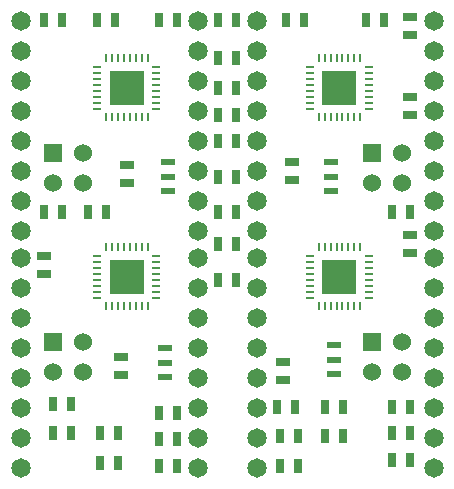
<source format=gts>
G04 (created by PCBNEW (2013-mar-13)-testing) date Wed 23 Jul 2014 10:13:11 AM PDT*
%MOIN*%
G04 Gerber Fmt 3.4, Leading zero omitted, Abs format*
%FSLAX34Y34*%
G01*
G70*
G90*
G04 APERTURE LIST*
%ADD10C,0.005906*%
%ADD11R,0.045000X0.025000*%
%ADD12C,0.065000*%
%ADD13R,0.051200X0.019700*%
%ADD14R,0.030000X0.010000*%
%ADD15R,0.010000X0.030000*%
%ADD16R,0.118100X0.118100*%
%ADD17R,0.025000X0.045000*%
%ADD18R,0.060000X0.060000*%
%ADD19C,0.060000*%
G04 APERTURE END LIST*
G54D10*
G54D11*
X24212Y-24896D03*
X24212Y-25496D03*
G54D12*
X20669Y-20122D03*
X20669Y-21122D03*
X20669Y-22122D03*
X20669Y-23122D03*
X20669Y-24122D03*
X20669Y-25122D03*
X20669Y-26122D03*
X20669Y-27122D03*
X26574Y-27122D03*
X26574Y-26122D03*
X26574Y-25122D03*
X26574Y-24122D03*
X26574Y-23122D03*
X26574Y-22122D03*
X26574Y-21122D03*
X26574Y-20122D03*
X20669Y-27996D03*
X20669Y-28996D03*
X20669Y-29996D03*
X20669Y-30996D03*
X20669Y-31996D03*
X20669Y-32996D03*
X20669Y-33996D03*
X20669Y-34996D03*
X26574Y-34996D03*
X26574Y-33996D03*
X26574Y-32996D03*
X26574Y-31996D03*
X26574Y-30996D03*
X26574Y-29996D03*
X26574Y-28996D03*
X26574Y-27996D03*
X28543Y-20122D03*
X28543Y-21122D03*
X28543Y-22122D03*
X28543Y-23122D03*
X28543Y-24122D03*
X28543Y-25122D03*
X28543Y-26122D03*
X28543Y-27122D03*
X34448Y-27122D03*
X34448Y-26122D03*
X34448Y-25122D03*
X34448Y-24122D03*
X34448Y-23122D03*
X34448Y-22122D03*
X34448Y-21122D03*
X34448Y-20122D03*
X28543Y-27996D03*
X28543Y-28996D03*
X28543Y-29996D03*
X28543Y-30996D03*
X28543Y-31996D03*
X28543Y-32996D03*
X28543Y-33996D03*
X28543Y-34996D03*
X34448Y-34996D03*
X34448Y-33996D03*
X34448Y-32996D03*
X34448Y-31996D03*
X34448Y-30996D03*
X34448Y-29996D03*
X34448Y-28996D03*
X34448Y-27996D03*
G54D13*
X25590Y-25295D03*
X25590Y-24823D03*
X25590Y-25767D03*
X25492Y-31496D03*
X25492Y-31024D03*
X25492Y-31968D03*
X31003Y-25295D03*
X31003Y-25767D03*
X31003Y-24823D03*
X31102Y-31397D03*
X31102Y-31869D03*
X31102Y-30925D03*
G54D11*
X24015Y-31294D03*
X24015Y-31894D03*
G54D14*
X23228Y-22834D03*
X23228Y-22637D03*
X23228Y-22440D03*
X23228Y-23031D03*
G54D15*
X23523Y-23326D03*
X23720Y-23326D03*
X23917Y-23326D03*
X24114Y-23326D03*
X24310Y-23326D03*
X24507Y-23326D03*
X24704Y-23326D03*
X24901Y-23326D03*
G54D14*
X25196Y-21653D03*
X25196Y-23031D03*
X25196Y-22834D03*
X25196Y-22637D03*
X25196Y-22440D03*
X25196Y-22244D03*
X25196Y-22047D03*
X25196Y-21850D03*
G54D15*
X24901Y-21358D03*
X24704Y-21358D03*
X24507Y-21358D03*
X24310Y-21358D03*
X24114Y-21358D03*
X23917Y-21358D03*
X23720Y-21358D03*
X23523Y-21358D03*
G54D14*
X23228Y-21653D03*
X23228Y-21850D03*
X23228Y-22047D03*
X23228Y-22244D03*
G54D16*
X24212Y-22342D03*
G54D14*
X23228Y-29133D03*
X23228Y-28936D03*
X23228Y-28739D03*
X23228Y-29330D03*
G54D15*
X23523Y-29625D03*
X23720Y-29625D03*
X23917Y-29625D03*
X24114Y-29625D03*
X24310Y-29625D03*
X24507Y-29625D03*
X24704Y-29625D03*
X24901Y-29625D03*
G54D14*
X25196Y-27952D03*
X25196Y-29330D03*
X25196Y-29133D03*
X25196Y-28936D03*
X25196Y-28739D03*
X25196Y-28543D03*
X25196Y-28346D03*
X25196Y-28149D03*
G54D15*
X24901Y-27657D03*
X24704Y-27657D03*
X24507Y-27657D03*
X24310Y-27657D03*
X24114Y-27657D03*
X23917Y-27657D03*
X23720Y-27657D03*
X23523Y-27657D03*
G54D14*
X23228Y-27952D03*
X23228Y-28149D03*
X23228Y-28346D03*
X23228Y-28543D03*
G54D16*
X24212Y-28641D03*
G54D14*
X30315Y-22834D03*
X30315Y-22637D03*
X30315Y-22440D03*
X30315Y-23031D03*
G54D15*
X30610Y-23326D03*
X30807Y-23326D03*
X31004Y-23326D03*
X31201Y-23326D03*
X31397Y-23326D03*
X31594Y-23326D03*
X31791Y-23326D03*
X31988Y-23326D03*
G54D14*
X32283Y-21653D03*
X32283Y-23031D03*
X32283Y-22834D03*
X32283Y-22637D03*
X32283Y-22440D03*
X32283Y-22244D03*
X32283Y-22047D03*
X32283Y-21850D03*
G54D15*
X31988Y-21358D03*
X31791Y-21358D03*
X31594Y-21358D03*
X31397Y-21358D03*
X31201Y-21358D03*
X31004Y-21358D03*
X30807Y-21358D03*
X30610Y-21358D03*
G54D14*
X30315Y-21653D03*
X30315Y-21850D03*
X30315Y-22047D03*
X30315Y-22244D03*
G54D16*
X31299Y-22342D03*
G54D14*
X30315Y-29133D03*
X30315Y-28936D03*
X30315Y-28739D03*
X30315Y-29330D03*
G54D15*
X30610Y-29625D03*
X30807Y-29625D03*
X31004Y-29625D03*
X31201Y-29625D03*
X31397Y-29625D03*
X31594Y-29625D03*
X31791Y-29625D03*
X31988Y-29625D03*
G54D14*
X32283Y-27952D03*
X32283Y-29330D03*
X32283Y-29133D03*
X32283Y-28936D03*
X32283Y-28739D03*
X32283Y-28543D03*
X32283Y-28346D03*
X32283Y-28149D03*
G54D15*
X31988Y-27657D03*
X31791Y-27657D03*
X31594Y-27657D03*
X31397Y-27657D03*
X31201Y-27657D03*
X31004Y-27657D03*
X30807Y-27657D03*
X30610Y-27657D03*
G54D14*
X30315Y-27952D03*
X30315Y-28149D03*
X30315Y-28346D03*
X30315Y-28543D03*
G54D16*
X31299Y-28641D03*
G54D11*
X29724Y-24798D03*
X29724Y-25398D03*
G54D17*
X30802Y-32972D03*
X31402Y-32972D03*
X33066Y-32972D03*
X33666Y-32972D03*
X33066Y-33858D03*
X33666Y-33858D03*
X33066Y-34744D03*
X33666Y-34744D03*
G54D11*
X33661Y-27259D03*
X33661Y-27859D03*
G54D17*
X29925Y-34940D03*
X29325Y-34940D03*
X29925Y-33956D03*
X29325Y-33956D03*
X29827Y-32972D03*
X29227Y-32972D03*
G54D11*
X29429Y-31491D03*
X29429Y-32091D03*
G54D17*
X33066Y-26476D03*
X33666Y-26476D03*
G54D11*
X33661Y-23233D03*
X33661Y-22633D03*
X33661Y-19975D03*
X33661Y-20575D03*
G54D17*
X29522Y-20078D03*
X30122Y-20078D03*
X27259Y-27559D03*
X27859Y-27559D03*
X27259Y-26476D03*
X27859Y-26476D03*
X27259Y-25295D03*
X27859Y-25295D03*
X27259Y-24114D03*
X27859Y-24114D03*
X25290Y-34940D03*
X25890Y-34940D03*
X25290Y-34055D03*
X25890Y-34055D03*
X25290Y-33169D03*
X25890Y-33169D03*
X27859Y-28740D03*
X27259Y-28740D03*
X23922Y-34842D03*
X23322Y-34842D03*
X23922Y-33858D03*
X23322Y-33858D03*
X22347Y-33858D03*
X21747Y-33858D03*
X22347Y-32874D03*
X21747Y-32874D03*
X27859Y-23228D03*
X27259Y-23228D03*
X27859Y-22342D03*
X27259Y-22342D03*
X27859Y-21358D03*
X27259Y-21358D03*
X27859Y-20078D03*
X27259Y-20078D03*
X22051Y-20078D03*
X21451Y-20078D03*
X22051Y-26476D03*
X21451Y-26476D03*
X23823Y-20078D03*
X23223Y-20078D03*
X25290Y-20078D03*
X25890Y-20078D03*
X31402Y-33956D03*
X30802Y-33956D03*
X32180Y-20078D03*
X32780Y-20078D03*
G54D11*
X21456Y-28548D03*
X21456Y-27948D03*
G54D17*
X22928Y-26476D03*
X23528Y-26476D03*
G54D18*
X21744Y-24500D03*
G54D19*
X21744Y-25500D03*
X22744Y-24500D03*
X22744Y-25500D03*
G54D18*
X21744Y-30799D03*
G54D19*
X21744Y-31799D03*
X22744Y-30799D03*
X22744Y-31799D03*
G54D18*
X32374Y-24500D03*
G54D19*
X32374Y-25500D03*
X33374Y-24500D03*
X33374Y-25500D03*
G54D18*
X32374Y-30799D03*
G54D19*
X32374Y-31799D03*
X33374Y-30799D03*
X33374Y-31799D03*
M02*

</source>
